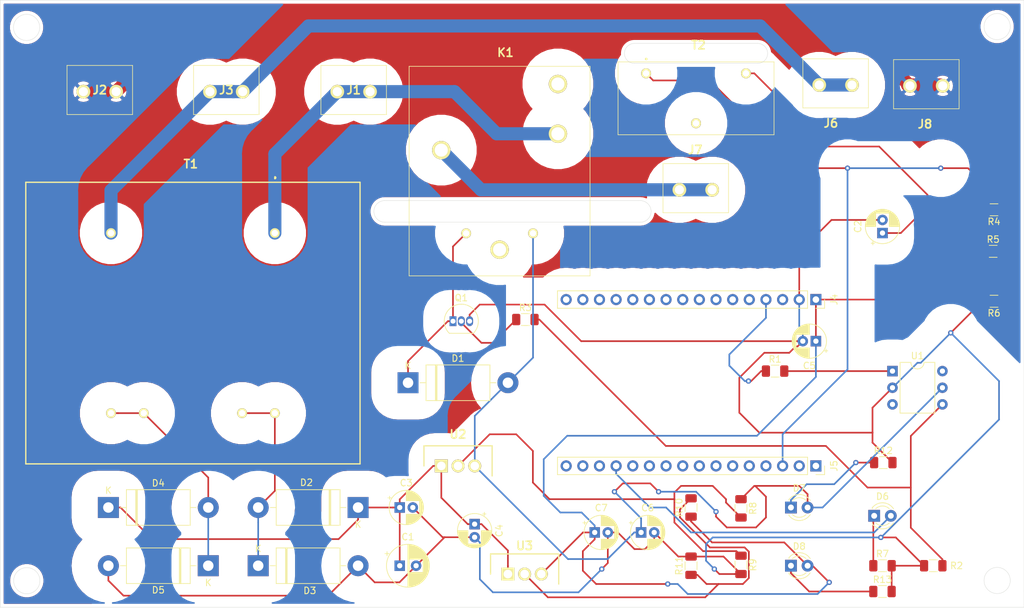
<source format=kicad_pcb>
(kicad_pcb (version 20171130) (host pcbnew "(5.1.4)-1")
  (title_block (title "IOT Smart Switch") (date 2021-06-11) (rev 1.0) (company TR-Explore) (comment 1 "Designed by Thuso Tshishonga"))
  (layers (0 F.Cu signal) (31 B.Cu signal) (34 B.Paste user) (35 F.Paste user) (36 B.SilkS user) (37 F.SilkS user) (38 B.Mask user) (39 F.Mask user) (44 Edge.Cuts user))
  (net 0 "")
  (net 1 16V_DC)
  (net 2 GNDPWR)
  (net 3 "Net-(C2-Pad1)")
  (net 4 3V3_DC)
  (net 5 12V_DC)
  (net 6 "Net-(D1-Pad1)")
  (net 7 "Net-(D2-Pad2)")
  (net 8 -18V_AC)
  (net 9 "Net-(D6-Pad1)")
  (net 10 "Net-(D6-Pad2)")
  (net 11 "Net-(D7-Pad1)")
  (net 12 "Net-(D8-Pad1)")
  (net 13 MAINS_L)
  (net 14 MAINS_N)
  (net 15 "Net-(J4-Pad16)")
  (net 16 "Net-(J4-Pad15)")
  (net 17 "Net-(J4-Pad14)")
  (net 18 "Net-(J4-Pad13)")
  (net 19 "Net-(J4-Pad12)")
  (net 20 "Net-(J4-Pad11)")
  (net 21 "Net-(J4-Pad10)")
  (net 22 "Net-(J4-Pad9)")
  (net 23 "Net-(J4-Pad8)")
  (net 24 "Net-(J4-Pad7)")
  (net 25 "Net-(J4-Pad6)")
  (net 26 "Net-(J4-Pad5)")
  (net 27 ESP_Pin_21)
  (net 28 "Net-(J4-Pad3)")
  (net 29 "Net-(J5-Pad1)")
  (net 30 "Net-(J5-Pad2)")
  (net 31 CT_ADC)
  (net 32 "Net-(J5-Pad4)")
  (net 33 "Net-(J5-Pad5)")
  (net 34 "Net-(J5-Pad6)")
  (net 35 "Net-(J5-Pad7)")
  (net 36 "Net-(J5-Pad8)")
  (net 37 "Net-(J5-Pad9)")
  (net 38 "Net-(J5-Pad10)")
  (net 39 "Net-(J5-Pad11)")
  (net 40 "Net-(J5-Pad12)")
  (net 41 "Net-(J5-Pad14)")
  (net 42 "Net-(J5-Pad15)")
  (net 43 "Net-(J5-Pad16)")
  (net 44 "Net-(J7-Pad1)")
  (net 45 "Net-(K1-Pad4)")
  (net 46 "Net-(Q1-Pad2)")
  (net 47 "Net-(R1-Pad2)")
  (net 48 "Net-(R2-Pad1)")
  (net 49 "Net-(R8-Pad2)")
  (net 50 "Net-(R10-Pad2)")
  (net 51 "Net-(T2-Pad3)")
  (net 52 "Net-(U1-Pad3)")
  (net 53 "Net-(U1-Pad6)")
  (net 54 "Net-(K1-Pad1)")
  (net 55 Earth)
  (module Connector_PinSocket_2.54mm:PinSocket_1x16_P2.54mm_Vertical (layer F.Cu) (at 190.5 77.47 270)
    (fp_text reference J4 (at 0 -2.77 270) (layer F.SilkS))
    (fp_text value Conn_01x16)
    (pad 16 thru_hole oval (at 0 38.1 270) (size 1.7 1.7) (drill 1) (layers *.Cu *.Mask) (net 15 "Net-(J4-Pad16)"))
    (pad 15 thru_hole oval (at 0 35.56 270) (size 1.7 1.7) (drill 1) (layers *.Cu *.Mask) (net 16 "Net-(J4-Pad15)"))
    (pad 14 thru_hole oval (at 0 33.02 270) (size 1.7 1.7) (drill 1) (layers *.Cu *.Mask) (net 17 "Net-(J4-Pad14)"))
    (pad 13 thru_hole oval (at 0 30.48 270) (size 1.7 1.7) (drill 1) (layers *.Cu *.Mask) (net 18 "Net-(J4-Pad13)"))
    (pad 12 thru_hole oval (at 0 27.94 270) (size 1.7 1.7) (drill 1) (layers *.Cu *.Mask) (net 19 "Net-(J4-Pad12)"))
    (pad 11 thru_hole oval (at 0 25.4 270) (size 1.7 1.7) (drill 1) (layers *.Cu *.Mask) (net 20 "Net-(J4-Pad11)"))
    (pad 10 thru_hole oval (at 0 22.86 270) (size 1.7 1.7) (drill 1) (layers *.Cu *.Mask) (net 21 "Net-(J4-Pad10)"))
    (pad 9 thru_hole oval (at 0 20.32 270) (size 1.7 1.7) (drill 1) (layers *.Cu *.Mask) (net 22 "Net-(J4-Pad9)"))
    (pad 8 thru_hole oval (at 0 17.78 270) (size 1.7 1.7) (drill 1) (layers *.Cu *.Mask) (net 23 "Net-(J4-Pad8)"))
    (pad 7 thru_hole oval (at 0 15.24 270) (size 1.7 1.7) (drill 1) (layers *.Cu *.Mask) (net 24 "Net-(J4-Pad7)"))
    (pad 6 thru_hole oval (at 0 12.7 270) (size 1.7 1.7) (drill 1) (layers *.Cu *.Mask) (net 25 "Net-(J4-Pad6)"))
    (pad 5 thru_hole oval (at 0 10.16 270) (size 1.7 1.7) (drill 1) (layers *.Cu *.Mask) (net 26 "Net-(J4-Pad5)"))
    (pad 4 thru_hole oval (at 0 7.62 270) (size 1.7 1.7) (drill 1) (layers *.Cu *.Mask) (net 27 ESP_Pin_21))
    (pad 3 thru_hole oval (at 0 5.08 270) (size 1.7 1.7) (drill 1) (layers *.Cu *.Mask) (net 28 "Net-(J4-Pad3)"))
    (pad 2 thru_hole oval (at 0 2.54 270) (size 1.7 1.7) (drill 1) (layers *.Cu *.Mask) (net 2 GNDPWR))
    (pad 1 thru_hole rect (at 0 0 270) (size 1.7 1.7) (drill 1) (layers *.Cu *.Mask) (net 4 3V3_DC))
  )
  (module Capacitor_THT:CP_Radial_D5.0mm_P2.00mm (layer F.Cu) (at 163.83 113.03)
    (fp_text reference C6 (at 1 -3.75) (layer F.SilkS))
    (fp_text value 10u)
    (pad 1 thru_hole rect (at 0 0) (size 1.6 1.6) (drill 0.8) (layers *.Cu *.Mask) (net 5 12V_DC))
    (pad 2 thru_hole circle (at 2 0) (size 1.6 1.6) (drill 0.8) (layers *.Cu *.Mask) (net 2 GNDPWR))
  )
  (module AC-1020:AC1015 (layer F.Cu) (at 172.212 46.736)
    (fp_text reference T2 (at 0.381 -8.128) (layer F.SilkS) (effects (font (size 1.27 1.27) (thickness 0.254))))
    (fp_text value AC-1020 hide)
    (pad 1 thru_hole circle (at -7.62 -3.81 90) (size 1.519 1.519) (drill 1.013) (layers *.Cu *.Mask F.SilkS) (net 31 CT_ADC))
    (pad 2 thru_hole circle (at 7.62 -3.81 90) (size 1.519 1.519) (drill 1.013) (layers *.Cu *.Mask F.SilkS) (net 3 "Net-(C2-Pad1)"))
    (pad 3 thru_hole circle (at 0 3.81 90) (size 1.519 1.519) (drill 1.013) (layers *.Cu *.Mask F.SilkS) (net 51 "Net-(T2-Pad3)"))
  )
  (module KF3012P (layer F.Cu) (at 169.672 60.706)
    (fp_text reference J7 (at 2.413 -6.096) (layer F.SilkS) (effects (font (size 1.27 1.27) (thickness 0.254))))
    (fp_text value KF301-2P hide)
    (pad 1 thru_hole circle (at 0 0 90) (size 2.1 2.1) (drill 1.4) (layers *.Cu *.Mask F.SilkS) (net 44 "Net-(J7-Pad1)"))
    (pad 2 thru_hole circle (at 5 0 90) (size 2.1 2.1) (drill 1.4) (layers *.Cu *.Mask F.SilkS) (net 44 "Net-(J7-Pad1)"))
  )
  (module VC_10_1_18:VC10118 (layer F.Cu) (at 107.95 67.31 270)
    (fp_text reference T1 (at -10.541 12.827) (layer F.SilkS) (effects (font (size 1.27 1.27) (thickness 0.254))))
    (fp_text value VC_10_1_18 hide)
    (pad 1 thru_hole circle (at 0 0) (size 1.5 1.5) (drill 1) (layers *.Cu *.Mask F.SilkS) (net 13 MAINS_L))
    (pad 2 thru_hole circle (at 0 25) (size 1.5 1.5) (drill 1) (layers *.Cu *.Mask F.SilkS) (net 14 MAINS_N))
    (pad 3 thru_hole circle (at 27.5 25) (size 1.5 1.5) (drill 1) (layers *.Cu *.Mask F.SilkS) (net 8 -18V_AC))
    (pad 4 thru_hole circle (at 27.5 20) (size 1.5 1.5) (drill 1) (layers *.Cu *.Mask F.SilkS) (net 8 -18V_AC))
    (pad 5 thru_hole circle (at 27.5 5) (size 1.5 1.5) (drill 1) (layers *.Cu *.Mask F.SilkS) (net 7 "Net-(D2-Pad2)"))
    (pad 6 thru_hole circle (at 27.5 0) (size 1.5 1.5) (drill 1) (layers *.Cu *.Mask F.SilkS) (net 7 "Net-(D2-Pad2)"))
  )
  (module Capacitor_THT:CP_Radial_D6.3mm_P2.50mm (layer F.Cu) (at 127 118.11)
    (fp_text reference C1 (at 1.25 -4.4) (layer F.SilkS))
    (fp_text value 220u)
    (pad 1 thru_hole rect (at 0 0) (size 1.6 1.6) (drill 0.8) (layers *.Cu *.Mask) (net 1 16V_DC))
    (pad 2 thru_hole circle (at 2.5 0) (size 1.6 1.6) (drill 0.8) (layers *.Cu *.Mask) (net 2 GNDPWR))
  )
  (module Capacitor_THT:CP_Radial_D5.0mm_P2.00mm (layer F.Cu) (at 200.66 67.31 90)
    (fp_text reference C2 (at 1 -3.75 90) (layer F.SilkS))
    (fp_text value 100p)
    (pad 2 thru_hole circle (at 2 0 90) (size 1.6 1.6) (drill 0.8) (layers *.Cu *.Mask) (net 2 GNDPWR))
    (pad 1 thru_hole rect (at 0 0 90) (size 1.6 1.6) (drill 0.8) (layers *.Cu *.Mask) (net 3 "Net-(C2-Pad1)"))
  )
  (module Capacitor_THT:CP_Radial_D5.0mm_P2.00mm (layer F.Cu) (at 127 109.22)
    (fp_text reference C3 (at 1 -3.75) (layer F.SilkS))
    (fp_text value 100u)
    (pad 2 thru_hole circle (at 2 0) (size 1.6 1.6) (drill 0.8) (layers *.Cu *.Mask) (net 2 GNDPWR))
    (pad 1 thru_hole rect (at 0 0) (size 1.6 1.6) (drill 0.8) (layers *.Cu *.Mask) (net 1 16V_DC))
  )
  (module Capacitor_THT:CP_Radial_D5.0mm_P2.00mm (layer F.Cu) (at 138.43 111.76 270)
    (fp_text reference C4 (at 1 -3.75 270) (layer F.SilkS))
    (fp_text value 10u)
    (pad 1 thru_hole rect (at 0 0 270) (size 1.6 1.6) (drill 0.8) (layers *.Cu *.Mask) (net 1 16V_DC))
    (pad 2 thru_hole circle (at 2 0 270) (size 1.6 1.6) (drill 0.8) (layers *.Cu *.Mask) (net 2 GNDPWR))
  )
  (module Capacitor_THT:CP_Radial_D5.0mm_P2.00mm (layer F.Cu) (at 190.5 83.82 180)
    (fp_text reference C5 (at 1 -3.75 180) (layer F.SilkS))
    (fp_text value 10u)
    (pad 1 thru_hole rect (at 0 0 180) (size 1.6 1.6) (drill 0.8) (layers *.Cu *.Mask) (net 4 3V3_DC))
    (pad 2 thru_hole circle (at 2 0 180) (size 1.6 1.6) (drill 0.8) (layers *.Cu *.Mask) (net 2 GNDPWR))
  )
  (module Capacitor_THT:CP_Radial_D5.0mm_P2.00mm (layer F.Cu) (at 156.75 113.03)
    (fp_text reference C7 (at 1 -3.75) (layer F.SilkS))
    (fp_text value 10u)
    (pad 2 thru_hole circle (at 2 0) (size 1.6 1.6) (drill 0.8) (layers *.Cu *.Mask) (net 2 GNDPWR))
    (pad 1 thru_hole rect (at 0 0) (size 1.6 1.6) (drill 0.8) (layers *.Cu *.Mask) (net 4 3V3_DC))
  )
  (module Diode_THT:D_DO-201AD_P15.24mm_Horizontal (layer F.Cu) (at 128.27 90.17)
    (fp_text reference D1 (at 7.62 -3.72) (layer F.SilkS))
    (fp_text value 1N5822)
    (fp_text user K (at 0 -2.6) (layer F.SilkS))
    (pad 2 thru_hole oval (at 15.24 0) (size 3.2 3.2) (drill 1.6) (layers *.Cu *.Mask) (net 5 12V_DC))
    (pad 1 thru_hole rect (at 0 0) (size 3.2 3.2) (drill 1.6) (layers *.Cu *.Mask) (net 6 "Net-(D1-Pad1)"))
  )
  (module Diode_THT:D_DO-201AD_P15.24mm_Horizontal (layer F.Cu) (at 120.65 109.22 180)
    (fp_text reference D2 (at 7.874 3.81 180) (layer F.SilkS))
    (fp_text value 1N5822)
    (fp_text user K (at 0 -2.6 180) (layer F.SilkS))
    (pad 1 thru_hole rect (at 0 0 180) (size 3.2 3.2) (drill 1.6) (layers *.Cu *.Mask) (net 1 16V_DC))
    (pad 2 thru_hole oval (at 15.24 0 180) (size 3.2 3.2) (drill 1.6) (layers *.Cu *.Mask) (net 7 "Net-(D2-Pad2)"))
  )
  (module Diode_THT:D_DO-201AD_P15.24mm_Horizontal (layer F.Cu) (at 105.41 118.11)
    (fp_text reference D3 (at 7.874 3.81) (layer F.SilkS))
    (fp_text value 1N5822)
    (fp_text user K (at 0 -2.6) (layer F.SilkS))
    (pad 2 thru_hole oval (at 15.24 0) (size 3.2 3.2) (drill 1.6) (layers *.Cu *.Mask) (net 2 GNDPWR))
    (pad 1 thru_hole rect (at 0 0) (size 3.2 3.2) (drill 1.6) (layers *.Cu *.Mask) (net 7 "Net-(D2-Pad2)"))
  )
  (module Diode_THT:D_DO-201AD_P15.24mm_Horizontal (layer F.Cu) (at 82.55 109.22)
    (fp_text reference D4 (at 7.62 -3.72) (layer F.SilkS))
    (fp_text value 1N5822)
    (fp_text user K (at 0 -2.6) (layer F.SilkS))
    (pad 1 thru_hole rect (at 0 0) (size 3.2 3.2) (drill 1.6) (layers *.Cu *.Mask) (net 1 16V_DC))
    (pad 2 thru_hole oval (at 15.24 0) (size 3.2 3.2) (drill 1.6) (layers *.Cu *.Mask) (net 8 -18V_AC))
  )
  (module Diode_THT:D_DO-201AD_P15.24mm_Horizontal (layer F.Cu) (at 97.79 118.11 180)
    (fp_text reference D5 (at 7.62 -3.72 180) (layer F.SilkS))
    (fp_text value 1N5822)
    (fp_text user K (at 0 -2.6 180) (layer F.SilkS))
    (pad 1 thru_hole rect (at 0 0 180) (size 3.2 3.2) (drill 1.6) (layers *.Cu *.Mask) (net 8 -18V_AC))
    (pad 2 thru_hole oval (at 15.24 0 180) (size 3.2 3.2) (drill 1.6) (layers *.Cu *.Mask) (net 2 GNDPWR))
  )
  (module LED_THT:LED_D3.0mm (layer F.Cu) (at 199.39 110.49)
    (fp_text reference D6 (at 1.27 -2.96) (layer F.SilkS))
    (fp_text value LED)
    (pad 2 thru_hole circle (at 2.54 0) (size 1.8 1.8) (drill 0.9) (layers *.Cu *.Mask) (net 10 "Net-(D6-Pad2)"))
    (pad 1 thru_hole rect (at 0 0) (size 1.8 1.8) (drill 0.9) (layers *.Cu *.Mask) (net 9 "Net-(D6-Pad1)"))
  )
  (module LED_THT:LED_D3.0mm (layer F.Cu) (at 186.69 109.22)
    (fp_text reference D7 (at 1.27 -2.96) (layer F.SilkS))
    (fp_text value LED)
    (pad 1 thru_hole rect (at 0 0) (size 1.8 1.8) (drill 0.9) (layers *.Cu *.Mask) (net 11 "Net-(D7-Pad1)"))
    (pad 2 thru_hole circle (at 2.54 0) (size 1.8 1.8) (drill 0.9) (layers *.Cu *.Mask) (net 5 12V_DC))
  )
  (module LED_THT:LED_D3.0mm (layer F.Cu) (at 186.69 118.11)
    (fp_text reference D8 (at 1.27 -2.96) (layer F.SilkS))
    (fp_text value LED)
    (pad 1 thru_hole rect (at 0 0) (size 1.8 1.8) (drill 0.9) (layers *.Cu *.Mask) (net 12 "Net-(D8-Pad1)"))
    (pad 2 thru_hole circle (at 2.54 0) (size 1.8 1.8) (drill 0.9) (layers *.Cu *.Mask) (net 4 3V3_DC))
  )
  (module Connector_PinSocket_2.54mm:PinSocket_1x16_P2.54mm_Vertical (layer F.Cu) (at 190.5 102.87 270)
    (fp_text reference J5 (at 0 -2.77 270) (layer F.SilkS))
    (fp_text value Conn_01x16)
    (pad 1 thru_hole rect (at 0 0 270) (size 1.7 1.7) (drill 1) (layers *.Cu *.Mask) (net 29 "Net-(J5-Pad1)"))
    (pad 2 thru_hole oval (at 0 2.54 270) (size 1.7 1.7) (drill 1) (layers *.Cu *.Mask) (net 30 "Net-(J5-Pad2)"))
    (pad 3 thru_hole oval (at 0 5.08 270) (size 1.7 1.7) (drill 1) (layers *.Cu *.Mask) (net 31 CT_ADC))
    (pad 4 thru_hole oval (at 0 7.62 270) (size 1.7 1.7) (drill 1) (layers *.Cu *.Mask) (net 32 "Net-(J5-Pad4)"))
    (pad 5 thru_hole oval (at 0 10.16 270) (size 1.7 1.7) (drill 1) (layers *.Cu *.Mask) (net 33 "Net-(J5-Pad5)"))
    (pad 6 thru_hole oval (at 0 12.7 270) (size 1.7 1.7) (drill 1) (layers *.Cu *.Mask) (net 34 "Net-(J5-Pad6)"))
    (pad 7 thru_hole oval (at 0 15.24 270) (size 1.7 1.7) (drill 1) (layers *.Cu *.Mask) (net 35 "Net-(J5-Pad7)"))
    (pad 8 thru_hole oval (at 0 17.78 270) (size 1.7 1.7) (drill 1) (layers *.Cu *.Mask) (net 36 "Net-(J5-Pad8)"))
    (pad 9 thru_hole oval (at 0 20.32 270) (size 1.7 1.7) (drill 1) (layers *.Cu *.Mask) (net 37 "Net-(J5-Pad9)"))
    (pad 10 thru_hole oval (at 0 22.86 270) (size 1.7 1.7) (drill 1) (layers *.Cu *.Mask) (net 38 "Net-(J5-Pad10)"))
    (pad 11 thru_hole oval (at 0 25.4 270) (size 1.7 1.7) (drill 1) (layers *.Cu *.Mask) (net 39 "Net-(J5-Pad11)"))
    (pad 12 thru_hole oval (at 0 27.94 270) (size 1.7 1.7) (drill 1) (layers *.Cu *.Mask) (net 40 "Net-(J5-Pad12)"))
    (pad 13 thru_hole oval (at 0 30.48 270) (size 1.7 1.7) (drill 1) (layers *.Cu *.Mask) (net 10 "Net-(D6-Pad2)"))
    (pad 14 thru_hole oval (at 0 33.02 270) (size 1.7 1.7) (drill 1) (layers *.Cu *.Mask) (net 41 "Net-(J5-Pad14)"))
    (pad 15 thru_hole oval (at 0 35.56 270) (size 1.7 1.7) (drill 1) (layers *.Cu *.Mask) (net 42 "Net-(J5-Pad15)"))
    (pad 16 thru_hole oval (at 0 38.1 270) (size 1.7 1.7) (drill 1) (layers *.Cu *.Mask) (net 43 "Net-(J5-Pad16)"))
  )
  (module SLA-12VDC-SL-C:SLA12VDCSLC (layer F.Cu) (at 142.24 69.85)
    (fp_text reference K1 (at 0.889 -30.099) (layer F.SilkS) (effects (font (size 1.27 1.27) (thickness 0.254))))
    (fp_text value SLA-12VDC-SL-C hide)
    (pad 1 thru_hole circle (at 0 0 90) (size 2.8 2.8) (drill 2) (layers *.Cu *.Mask F.SilkS) (net 54 "Net-(K1-Pad1)"))
    (pad 2 thru_hole circle (at 5.1 -2.5 90) (size 1.5 1.5) (drill 1) (layers *.Cu *.Mask F.SilkS) (net 5 12V_DC))
    (pad 3 thru_hole circle (at 8.9 -17.7 90) (size 2.8 2.8) (drill 2) (layers *.Cu *.Mask F.SilkS) (net 13 MAINS_L))
    (pad 4 thru_hole circle (at 8.9 -25.3 90) (size 2.8 2.8) (drill 2) (layers *.Cu *.Mask F.SilkS) (net 45 "Net-(K1-Pad4)"))
    (pad 5 thru_hole circle (at -8.9 -15.2 90) (size 2.8 2.8) (drill 2) (layers *.Cu *.Mask F.SilkS) (net 44 "Net-(J7-Pad1)"))
    (pad 6 thru_hole circle (at -5.1 -2.5 90) (size 1.5 1.5) (drill 1) (layers *.Cu *.Mask F.SilkS) (net 6 "Net-(D1-Pad1)"))
  )
  (module Package_TO_SOT_THT:TO-92_Inline (layer F.Cu) (at 135.128 80.772)
    (fp_text reference Q1 (at 1.27 -3.56) (layer F.SilkS))
    (fp_text value BS170)
    (pad 2 thru_hole oval (at 1.27 0) (size 1.05 1.5) (drill 0.75) (layers *.Cu *.Mask) (net 46 "Net-(Q1-Pad2)"))
    (pad 3 thru_hole oval (at 2.54 0) (size 1.05 1.5) (drill 0.75) (layers *.Cu *.Mask) (net 2 GNDPWR))
    (pad 1 thru_hole rect (at 0 0) (size 1.05 1.5) (drill 0.75) (layers *.Cu *.Mask) (net 6 "Net-(D1-Pad1)"))
  )
  (module Resistor_SMD:R_1206_3216Metric (layer F.Cu) (at 184.274 88.392)
    (fp_text reference R1 (at 0 -1.82 180) (layer F.SilkS))
    (fp_text value 1k)
    (pad 1 smd roundrect (at -1.4 0) (size 1.25 1.75) (layers F.Cu F.Paste F.Mask) (roundrect_rratio 0.2) (net 27 ESP_Pin_21))
    (pad 2 smd roundrect (at 1.4 0) (size 1.25 1.75) (layers F.Cu F.Paste F.Mask) (roundrect_rratio 0.2) (net 47 "Net-(R1-Pad2)"))
  )
  (module Resistor_SMD:R_1206_3216Metric (layer F.Cu) (at 208.404 118.11 180)
    (fp_text reference R2 (at -3.559 0) (layer F.SilkS))
    (fp_text value 1k)
    (pad 1 smd roundrect (at -1.4 0 180) (size 1.25 1.75) (layers F.Cu F.Paste F.Mask) (roundrect_rratio 0.2) (net 48 "Net-(R2-Pad1)"))
    (pad 2 smd roundrect (at 1.4 0 180) (size 1.25 1.75) (layers F.Cu F.Paste F.Mask) (roundrect_rratio 0.2) (net 2 GNDPWR))
  )
  (module Resistor_SMD:R_1206_3216Metric (layer F.Cu) (at 146.174 80.518)
    (fp_text reference R3 (at 0 -1.82) (layer F.SilkS))
    (fp_text value 1k)
    (pad 2 smd roundrect (at 1.4 0) (size 1.25 1.75) (layers F.Cu F.Paste F.Mask) (roundrect_rratio 0.2) (net 48 "Net-(R2-Pad1)"))
    (pad 1 smd roundrect (at -1.4 0) (size 1.25 1.75) (layers F.Cu F.Paste F.Mask) (roundrect_rratio 0.2) (net 46 "Net-(Q1-Pad2)"))
  )
  (module Resistor_SMD:R_1206_3216Metric (layer F.Cu) (at 217.678 63.754 180)
    (fp_text reference R4 (at 0 -1.82) (layer F.SilkS))
    (fp_text value 50)
    (pad 1 smd roundrect (at -1.4 0 180) (size 1.25 1.75) (layers F.Cu F.Paste F.Mask) (roundrect_rratio 0.2) (net 31 CT_ADC))
    (pad 2 smd roundrect (at 1.4 0 180) (size 1.25 1.75) (layers F.Cu F.Paste F.Mask) (roundrect_rratio 0.2) (net 3 "Net-(C2-Pad1)"))
  )
  (module Resistor_SMD:R_1206_3216Metric (layer F.Cu) (at 217.548 70.104)
    (fp_text reference R5 (at 0 -1.82) (layer F.SilkS))
    (fp_text value 1k)
    (pad 1 smd roundrect (at -1.4 0) (size 1.25 1.75) (layers F.Cu F.Paste F.Mask) (roundrect_rratio 0.2) (net 4 3V3_DC))
    (pad 2 smd roundrect (at 1.4 0) (size 1.25 1.75) (layers F.Cu F.Paste F.Mask) (roundrect_rratio 0.2) (net 3 "Net-(C2-Pad1)"))
  )
  (module Resistor_SMD:R_1206_3216Metric (layer F.Cu) (at 217.678 77.724 180)
    (fp_text reference R6 (at 0 -1.82 180) (layer F.SilkS))
    (fp_text value 800R)
    (pad 2 smd roundrect (at 1.4 0 180) (size 1.25 1.75) (layers F.Cu F.Paste F.Mask) (roundrect_rratio 0.2) (net 2 GNDPWR))
    (pad 1 smd roundrect (at -1.4 0 180) (size 1.25 1.75) (layers F.Cu F.Paste F.Mask) (roundrect_rratio 0.2) (net 3 "Net-(C2-Pad1)"))
  )
  (module Resistor_SMD:R_1206_3216Metric (layer F.Cu) (at 200.66 118.11)
    (fp_text reference R7 (at 0 -1.82) (layer F.SilkS))
    (fp_text value R)
    (pad 1 smd roundrect (at -1.4 0) (size 1.25 1.75) (layers F.Cu F.Paste F.Mask) (roundrect_rratio 0.2) (net 9 "Net-(D6-Pad1)"))
    (pad 2 smd roundrect (at 1.4 0) (size 1.25 1.75) (layers F.Cu F.Paste F.Mask) (roundrect_rratio 0.2) (net 2 GNDPWR))
  )
  (module Resistor_SMD:R_1206_3216Metric (layer F.Cu) (at 179.07 109.35 270)
    (fp_text reference R8 (at 0 -1.82 270) (layer F.SilkS))
    (fp_text value 1k)
    (pad 1 smd roundrect (at -1.4 0 270) (size 1.25 1.75) (layers F.Cu F.Paste F.Mask) (roundrect_rratio 0.2) (net 5 12V_DC))
    (pad 2 smd roundrect (at 1.4 0 270) (size 1.25 1.75) (layers F.Cu F.Paste F.Mask) (roundrect_rratio 0.2) (net 49 "Net-(R8-Pad2)"))
  )
  (module Resistor_SMD:R_1206_3216Metric (layer F.Cu) (at 179.07 117.98 270)
    (fp_text reference R9 (at 0 -1.82 270) (layer F.SilkS))
    (fp_text value 9.1k)
    (pad 2 smd roundrect (at 1.4 0 270) (size 1.25 1.75) (layers F.Cu F.Paste F.Mask) (roundrect_rratio 0.2) (net 2 GNDPWR))
    (pad 1 smd roundrect (at -1.4 0 270) (size 1.25 1.75) (layers F.Cu F.Paste F.Mask) (roundrect_rratio 0.2) (net 49 "Net-(R8-Pad2)"))
  )
  (module Resistor_SMD:R_1206_3216Metric (layer F.Cu) (at 171.45 109.22 90)
    (fp_text reference R10 (at 0 -1.82 90) (layer F.SilkS))
    (fp_text value 1k)
    (pad 1 smd roundrect (at -1.4 0 90) (size 1.25 1.75) (layers F.Cu F.Paste F.Mask) (roundrect_rratio 0.2) (net 4 3V3_DC))
    (pad 2 smd roundrect (at 1.4 0 90) (size 1.25 1.75) (layers F.Cu F.Paste F.Mask) (roundrect_rratio 0.2) (net 50 "Net-(R10-Pad2)"))
  )
  (module Resistor_SMD:R_1206_3216Metric (layer F.Cu) (at 171.45 118.11 90)
    (fp_text reference R11 (at 0 -1.82 90) (layer F.SilkS))
    (fp_text value 1.6k)
    (pad 2 smd roundrect (at 1.4 0 90) (size 1.25 1.75) (layers F.Cu F.Paste F.Mask) (roundrect_rratio 0.2) (net 2 GNDPWR))
    (pad 1 smd roundrect (at -1.4 0 90) (size 1.25 1.75) (layers F.Cu F.Paste F.Mask) (roundrect_rratio 0.2) (net 50 "Net-(R10-Pad2)"))
  )
  (module Resistor_SMD:R_1206_3216Metric (layer F.Cu) (at 200.784 102.362)
    (fp_text reference R12 (at 0 -1.82) (layer F.SilkS))
    (fp_text value 10k)
    (pad 1 smd roundrect (at -1.4 0) (size 1.25 1.75) (layers F.Cu F.Paste F.Mask) (roundrect_rratio 0.2) (net 11 "Net-(D7-Pad1)"))
    (pad 2 smd roundrect (at 1.4 0) (size 1.25 1.75) (layers F.Cu F.Paste F.Mask) (roundrect_rratio 0.2) (net 2 GNDPWR))
  )
  (module Resistor_SMD:R_1206_3216Metric (layer F.Cu) (at 200.657 122.047)
    (fp_text reference R13 (at 0 -1.82) (layer F.SilkS))
    (fp_text value 10k)
    (pad 2 smd roundrect (at 1.4 0) (size 1.25 1.75) (layers F.Cu F.Paste F.Mask) (roundrect_rratio 0.2) (net 2 GNDPWR))
    (pad 1 smd roundrect (at -1.4 0) (size 1.25 1.75) (layers F.Cu F.Paste F.Mask) (roundrect_rratio 0.2) (net 12 "Net-(D8-Pad1)"))
  )
  (module Package_DIP:DIP-6_W7.62mm (layer F.Cu) (at 202.184 88.392)
    (fp_text reference U1 (at 3.81 -2.33 180) (layer F.SilkS))
    (fp_text value 4N25)
    (pad 6 thru_hole oval (at 7.62 0) (size 1.6 1.6) (drill 0.8) (layers *.Cu *.Mask) (net 53 "Net-(U1-Pad6)"))
    (pad 3 thru_hole oval (at 0 5.08) (size 1.6 1.6) (drill 0.8) (layers *.Cu *.Mask) (net 52 "Net-(U1-Pad3)"))
    (pad 5 thru_hole oval (at 7.62 2.54) (size 1.6 1.6) (drill 0.8) (layers *.Cu *.Mask) (net 5 12V_DC))
    (pad 2 thru_hole oval (at 0 2.54) (size 1.6 1.6) (drill 0.8) (layers *.Cu *.Mask) (net 2 GNDPWR))
    (pad 4 thru_hole oval (at 7.62 5.08) (size 1.6 1.6) (drill 0.8) (layers *.Cu *.Mask) (net 48 "Net-(R2-Pad1)"))
    (pad 1 thru_hole rect (at 0 0) (size 1.6 1.6) (drill 0.8) (layers *.Cu *.Mask) (net 47 "Net-(R1-Pad2)"))
  )
  (module LM317T_XT:TO255P460X1020X2008-3P (layer F.Cu) (at 133.35 102.87)
    (fp_text reference U2 (at 2.54 -4.826) (layer F.SilkS) (effects (font (size 1.27 1.27) (thickness 0.254))))
    (fp_text value LM317_TO39 hide)
    (pad 3 thru_hole circle (at 5.1 0 90) (size 1.98 1.98) (drill 1.32) (layers *.Cu *.Mask F.SilkS) (net 5 12V_DC))
    (pad 2 thru_hole circle (at 2.55 0 90) (size 1.98 1.98) (drill 1.32) (layers *.Cu *.Mask F.SilkS) (net 49 "Net-(R8-Pad2)"))
    (pad 1 thru_hole rect (at 0 0 90) (size 1.98 1.98) (drill 1.32) (layers *.Cu *.Mask F.SilkS) (net 1 16V_DC))
  )
  (module LM317T_XT:TO255P460X1020X2008-3P (layer F.Cu) (at 143.51 119.38)
    (fp_text reference U3 (at 2.54 -4.318) (layer F.SilkS) (effects (font (size 1.27 1.27) (thickness 0.254))))
    (fp_text value LM317_TO39 hide)
    (pad 1 thru_hole rect (at 0 0 90) (size 1.98 1.98) (drill 1.32) (layers *.Cu *.Mask F.SilkS) (net 1 16V_DC))
    (pad 2 thru_hole circle (at 2.55 0 90) (size 1.98 1.98) (drill 1.32) (layers *.Cu *.Mask F.SilkS) (net 50 "Net-(R10-Pad2)"))
    (pad 3 thru_hole circle (at 5.1 0 90) (size 1.98 1.98) (drill 1.32) (layers *.Cu *.Mask F.SilkS) (net 4 3V3_DC))
  )
  (module KF3012P (layer F.Cu) (at 117.475 45.72)
    (fp_text reference J1 (at 2.5 -0.25) (layer F.SilkS) (effects (font (size 1.27 1.27) (thickness 0.254))))
    (fp_text value KF301-2P hide)
    (pad 2 thru_hole circle (at 5 0 90) (size 2.1 2.1) (drill 1.4) (layers *.Cu *.Mask F.SilkS) (net 13 MAINS_L))
    (pad 1 thru_hole circle (at 0 0 90) (size 2.1 2.1) (drill 1.4) (layers *.Cu *.Mask F.SilkS) (net 13 MAINS_L))
  )
  (module KF3012P (layer F.Cu) (at 78.74 45.72)
    (fp_text reference J2 (at 2.5 -0.25) (layer F.SilkS) (effects (font (size 1.27 1.27) (thickness 0.254))))
    (fp_text value KF301-2P hide)
    (pad 1 thru_hole circle (at 0 0 90) (size 2.1 2.1) (drill 1.4) (layers *.Cu *.Mask F.SilkS) (net 55 Earth))
    (pad 2 thru_hole circle (at 5 0 90) (size 2.1 2.1) (drill 1.4) (layers *.Cu *.Mask F.SilkS) (net 55 Earth))
  )
  (module KF3012P (layer F.Cu) (at 98.044 45.72)
    (fp_text reference J3 (at 2.5 -0.25) (layer F.SilkS) (effects (font (size 1.27 1.27) (thickness 0.254))))
    (fp_text value KF301-2P hide)
    (pad 1 thru_hole circle (at 0 0 90) (size 2.1 2.1) (drill 1.4) (layers *.Cu *.Mask F.SilkS) (net 14 MAINS_N))
    (pad 2 thru_hole circle (at 5 0 90) (size 2.1 2.1) (drill 1.4) (layers *.Cu *.Mask F.SilkS) (net 14 MAINS_N))
  )
  (module KF3012P (layer F.Cu) (at 191.008 44.704)
    (fp_text reference J6 (at 1.778 5.842) (layer F.SilkS) (effects (font (size 1.27 1.27) (thickness 0.254))))
    (fp_text value KF301-2P hide)
    (pad 2 thru_hole circle (at 5 0 90) (size 2.1 2.1) (drill 1.4) (layers *.Cu *.Mask F.SilkS) (net 14 MAINS_N))
    (pad 1 thru_hole circle (at 0 0 90) (size 2.1 2.1) (drill 1.4) (layers *.Cu *.Mask F.SilkS) (net 14 MAINS_N))
  )
  (module KF3012P (layer F.Cu) (at 204.851 44.831)
    (fp_text reference J8 (at 2.286 5.842) (layer F.SilkS) (effects (font (size 1.27 1.27) (thickness 0.254))))
    (fp_text value KF301-2P hide)
    (pad 2 thru_hole circle (at 5 0 90) (size 2.1 2.1) (drill 1.4) (layers *.Cu *.Mask F.SilkS) (net 55 Earth))
    (pad 1 thru_hole circle (at 0 0 90) (size 2.1 2.1) (drill 1.4) (layers *.Cu *.Mask F.SilkS) (net 55 Earth))
  )
  (gr_line (start 181.61 41.402) (end 162.814 41.402) (layer Edge.Cuts) (width 0.05))
  (gr_line (start 162.814 38.354) (end 181.61 38.354) (layer Edge.Cuts) (width 0.05))
  (gr_arc (start 181.61 39.878) (end 181.61 41.402) (angle -180) (layer Edge.Cuts) (width 0.05))
  (gr_arc (start 162.814 39.878) (end 162.814 38.354) (angle -180) (layer Edge.Cuts) (width 0.05))
  (gr_line (start 163.703 65.659) (end 124.714 65.659) (layer Edge.Cuts) (width 0.05))
  (gr_line (start 124.714 62.357) (end 163.703 62.357) (layer Edge.Cuts) (width 0.05))
  (gr_arc (start 163.703 64.008) (end 163.703 65.659) (angle -180) (layer Edge.Cuts) (width 0.05))
  (gr_arc (start 124.714 64.008) (end 124.714 62.357) (angle -180) (layer Edge.Cuts) (width 0.05))
  (gr_line (start 66.04 31.75) (end 66.04 36.83) (layer Edge.Cuts) (width 0.05))
  (gr_line (start 222.25 31.75) (end 66.04 31.75) (layer Edge.Cuts) (width 0.05))
  (gr_line (start 222.25 34.29) (end 222.25 31.75) (layer Edge.Cuts) (width 0.05))
  (gr_line (start 222.25 36.83) (end 222.25 34.29) (layer Edge.Cuts) (width 0.05))
  (gr_circle (center 218.154 35.782) (end 220.154 35.782) (layer Edge.Cuts) (width 0.05))
  (gr_circle (center 70.104 120.396) (end 72.104 120.396) (layer Edge.Cuts) (width 0.05))
  (gr_circle (center 70.072 35.909) (end 72.072 35.909) (layer Edge.Cuts) (width 0.05))
  (gr_circle (center 218.154 120.364) (end 220.154 120.364) (layer Edge.Cuts) (width 0.05))
  (gr_line (start 222.25 36.83) (end 222.25 39.37) (layer Edge.Cuts) (width 0.05))
  (gr_line (start 66.04 39.37) (end 66.04 36.83) (layer Edge.Cuts) (width 0.05))
  (gr_line (start 66.04 124.46) (end 66.04 39.37) (layer Edge.Cuts) (width 0.05))
  (gr_line (start 222.25 124.46) (end 66.04 124.46) (layer Edge.Cuts) (width 0.05))
  (gr_line (start 222.25 121.92) (end 222.25 124.46) (layer Edge.Cuts) (width 0.05))
  (gr_line (start 222.25 39.37) (end 222.25 121.92) (layer Edge.Cuts) (width 0.05))
  (segment (start 120.65 111.07) (end 120.65 109.22) (width 0.25) (layer F.Cu) (net 1))
  (segment (start 117.674 114.046) (end 120.65 111.07) (width 0.25) (layer F.Cu) (net 1))
  (segment (start 89.226 114.046) (end 117.674 114.046) (width 0.25) (layer F.Cu) (net 1))
  (segment (start 84.4 109.22) (end 89.226 114.046) (width 0.25) (layer F.Cu) (net 1))
  (segment (start 82.55 109.22) (end 84.4 109.22) (width 0.25) (layer F.Cu) (net 1))
  (segment (start 127 118.11) (end 127 109.22) (width 0.25) (layer F.Cu) (net 1))
  (segment (start 125.95 109.22) (end 120.65 109.22) (width 0.25) (layer F.Cu) (net 1))
  (segment (start 127 109.22) (end 125.95 109.22) (width 0.25) (layer F.Cu) (net 1))
  (segment (start 137.38 111.76) (end 138.43 111.76) (width 0.25) (layer F.Cu) (net 1))
  (segment (start 133.35 107.73) (end 137.38 111.76) (width 0.25) (layer F.Cu) (net 1))
  (segment (start 133.35 102.87) (end 133.35 107.73) (width 0.25) (layer F.Cu) (net 1))
  (segment (start 132.11 102.87) (end 133.35 102.87) (width 0.25) (layer F.Cu) (net 1))
  (segment (start 127 107.98) (end 132.11 102.87) (width 0.25) (layer F.Cu) (net 1))
  (segment (start 127 109.22) (end 127 107.98) (width 0.25) (layer F.Cu) (net 1))
  (segment (start 143.51 118.14) (end 143.51 119.38) (width 0.25) (layer F.Cu) (net 1))
  (segment (start 143.51 115.79) (end 143.51 118.14) (width 0.25) (layer F.Cu) (net 1))
  (segment (start 139.48 111.76) (end 143.51 115.79) (width 0.25) (layer F.Cu) (net 1))
  (segment (start 138.43 111.76) (end 139.48 111.76) (width 0.25) (layer F.Cu) (net 1))
  (via (at 211.074 82.55) (size 0.8) (drill 0.4) (layers F.Cu B.Cu) (net 2))
  (segment (start 82.55 120.372741) (end 84.859259 122.682) (width 0.25) (layer F.Cu) (net 2))
  (segment (start 82.55 118.11) (end 82.55 120.372741) (width 0.25) (layer F.Cu) (net 2))
  (segment (start 116.078 122.682) (end 120.65 118.11) (width 0.25) (layer F.Cu) (net 2))
  (segment (start 84.859259 122.682) (end 116.078 122.682) (width 0.25) (layer F.Cu) (net 2))
  (segment (start 129.5 118.11) (end 133.85 113.76) (width 0.25) (layer F.Cu) (net 2))
  (segment (start 133.85 113.76) (end 138.43 113.76) (width 0.25) (layer F.Cu) (net 2))
  (segment (start 133.54 113.76) (end 129 109.22) (width 0.25) (layer F.Cu) (net 2))
  (segment (start 133.85 113.76) (end 133.54 113.76) (width 0.25) (layer F.Cu) (net 2))
  (segment (start 169.51 116.71) (end 171.45 116.71) (width 0.25) (layer F.Cu) (net 2))
  (segment (start 165.83 113.03) (end 169.51 116.71) (width 0.25) (layer F.Cu) (net 2))
  (segment (start 137.668 79.772) (end 139.208 78.232) (width 0.25) (layer F.Cu) (net 2))
  (segment (start 137.668 80.772) (end 137.668 79.772) (width 0.25) (layer F.Cu) (net 2))
  (segment (start 139.208 78.232) (end 149.098 78.232) (width 0.25) (layer F.Cu) (net 2))
  (segment (start 154.686 83.82) (end 188.5 83.82) (width 0.25) (layer F.Cu) (net 2))
  (segment (start 149.098 78.232) (end 154.686 83.82) (width 0.25) (layer F.Cu) (net 2))
  (segment (start 201.48829 101.66629) (end 202.184 102.362) (width 0.25) (layer F.Cu) (net 2))
  (segment (start 199.136 99.314) (end 201.48829 101.66629) (width 0.25) (layer F.Cu) (net 2))
  (segment (start 202.184 90.932) (end 199.136 93.98) (width 0.25) (layer F.Cu) (net 2))
  (segment (start 187.96 77.47) (end 187.96 81.534) (width 0.25) (layer B.Cu) (net 2))
  (segment (start 188.5 82.074) (end 188.5 83.82) (width 0.25) (layer B.Cu) (net 2))
  (segment (start 187.96 81.534) (end 188.5 82.074) (width 0.25) (layer B.Cu) (net 2))
  (segment (start 176.4 116.71) (end 179.07 119.38) (width 0.25) (layer F.Cu) (net 2))
  (segment (start 171.45 116.71) (end 176.4 116.71) (width 0.25) (layer F.Cu) (net 2))
  (segment (start 178.816 94.742) (end 181.864 97.79) (width 0.25) (layer F.Cu) (net 2))
  (segment (start 181.864 97.79) (end 199.136 97.79) (width 0.25) (layer F.Cu) (net 2))
  (segment (start 182.626 85.598) (end 178.816 89.408) (width 0.25) (layer F.Cu) (net 2))
  (segment (start 199.136 97.79) (end 199.136 99.314) (width 0.25) (layer F.Cu) (net 2))
  (segment (start 199.136 93.98) (end 199.136 97.79) (width 0.25) (layer F.Cu) (net 2))
  (segment (start 188.5 83.82) (end 187.700001 84.619999) (width 0.25) (layer F.Cu) (net 2))
  (segment (start 178.816 89.408) (end 178.816 94.742) (width 0.25) (layer F.Cu) (net 2))
  (segment (start 187.700001 84.619999) (end 187.414001 84.619999) (width 0.25) (layer F.Cu) (net 2))
  (segment (start 187.414001 84.619999) (end 186.436 85.598) (width 0.25) (layer F.Cu) (net 2))
  (segment (start 186.436 85.598) (end 182.626 85.598) (width 0.25) (layer F.Cu) (net 2))
  (segment (start 205.994 87.122) (end 202.184 90.932) (width 0.25) (layer B.Cu) (net 2))
  (segment (start 211.074 82.55) (end 206.502 87.122) (width 0.25) (layer B.Cu) (net 2))
  (segment (start 206.502 87.122) (end 205.994 87.122) (width 0.25) (layer B.Cu) (net 2))
  (segment (start 215.9 77.724) (end 216.278 77.724) (width 0.25) (layer F.Cu) (net 2))
  (segment (start 211.074 82.55) (end 215.9 77.724) (width 0.25) (layer F.Cu) (net 2))
  (segment (start 139.229999 114.559999) (end 139.229999 120.179999) (width 0.25) (layer B.Cu) (net 2))
  (segment (start 138.43 113.76) (end 139.229999 114.559999) (width 0.25) (layer B.Cu) (net 2))
  (segment (start 139.229999 120.179999) (end 141.224 122.174) (width 0.25) (layer B.Cu) (net 2))
  (segment (start 141.224 122.174) (end 148.59 122.174) (width 0.25) (layer B.Cu) (net 2))
  (segment (start 154.27241 122.174) (end 157.82841 118.618) (width 0.25) (layer B.Cu) (net 2))
  (segment (start 148.59 122.174) (end 154.27241 122.174) (width 0.25) (layer B.Cu) (net 2))
  (segment (start 157.82841 118.618) (end 157.82841 118.618) (width 0.25) (layer B.Cu) (net 2))
  (via (at 157.82841 118.618) (size 0.8) (drill 0.4) (layers F.Cu B.Cu) (net 2))
  (segment (start 158.75 117.69641) (end 158.75 113.03) (width 0.25) (layer F.Cu) (net 2))
  (segment (start 157.82841 118.618) (end 158.75 117.69641) (width 0.25) (layer F.Cu) (net 2))
  (segment (start 179.07 119.38) (end 178.095 119.38) (width 0.25) (layer F.Cu) (net 2))
  (segment (start 178.095 119.38) (end 175.768 119.38) (width 0.25) (layer F.Cu) (net 2))
  (segment (start 175.768 119.38) (end 175.006 118.618) (width 0.25) (layer F.Cu) (net 2))
  (segment (start 175.006 118.618) (end 175.006 118.618) (width 0.25) (layer F.Cu) (net 2))
  (via (at 175.006 118.618) (size 0.8) (drill 0.4) (layers F.Cu B.Cu) (net 2))
  (segment (start 218.44 89.916) (end 211.074 82.55) (width 0.25) (layer B.Cu) (net 2))
  (segment (start 175.006 118.618) (end 173.736 117.348) (width 0.25) (layer B.Cu) (net 2))
  (segment (start 173.736 114.808) (end 174.752 113.792) (width 0.25) (layer B.Cu) (net 2))
  (segment (start 174.752 113.792) (end 200.406 113.792) (width 0.25) (layer B.Cu) (net 2))
  (segment (start 200.441002 113.792) (end 218.44 95.793002) (width 0.25) (layer B.Cu) (net 2))
  (segment (start 173.736 117.348) (end 173.736 114.808) (width 0.25) (layer B.Cu) (net 2))
  (segment (start 218.44 95.793002) (end 218.44 89.916) (width 0.25) (layer B.Cu) (net 2))
  (segment (start 200.406 113.792) (end 200.441002 113.792) (width 0.25) (layer B.Cu) (net 2))
  (via (at 200.406 113.792) (size 0.8) (drill 0.4) (layers F.Cu B.Cu) (net 2))
  (segment (start 202.686 113.792) (end 207.004 118.11) (width 0.25) (layer F.Cu) (net 2))
  (segment (start 200.406 113.792) (end 202.686 113.792) (width 0.25) (layer F.Cu) (net 2))
  (segment (start 202.06 118.11) (end 207.004 118.11) (width 0.25) (layer F.Cu) (net 2))
  (segment (start 126.96 120.65) (end 129.5 118.11) (width 0.25) (layer F.Cu) (net 2))
  (segment (start 120.65 118.11) (end 123.19 120.65) (width 0.25) (layer F.Cu) (net 2))
  (segment (start 123.19 120.65) (end 126.96 120.65) (width 0.25) (layer F.Cu) (net 2))
  (segment (start 158.75 113.03) (end 159.88137 113.03) (width 0.25) (layer F.Cu) (net 2))
  (segment (start 159.88137 113.03) (end 160.274 113.03) (width 0.25) (layer F.Cu) (net 2))
  (segment (start 160.274 113.03) (end 162.814 115.57) (width 0.25) (layer F.Cu) (net 2))
  (segment (start 164.42137 115.57) (end 162.814 115.57) (width 0.25) (layer F.Cu) (net 2))
  (segment (start 165.83 114.16137) (end 164.42137 115.57) (width 0.25) (layer F.Cu) (net 2))
  (segment (start 165.83 113.03) (end 165.83 114.16137) (width 0.25) (layer F.Cu) (net 2))
  (segment (start 202.057 118.113) (end 202.06 118.11) (width 0.25) (layer F.Cu) (net 2))
  (segment (start 202.057 122.047) (end 202.057 118.113) (width 0.25) (layer F.Cu) (net 2))
  (segment (start 187.96 77.47) (end 187.96 70.231) (width 0.25) (layer F.Cu) (net 2))
  (segment (start 192.881 65.31) (end 200.66 65.31) (width 0.25) (layer F.Cu) (net 2))
  (segment (start 187.96 70.231) (end 192.881 65.31) (width 0.25) (layer F.Cu) (net 2))
  (segment (start 181.102 42.926) (end 192.278 54.102) (width 0.25) (layer F.Cu) (net 3))
  (segment (start 179.832 42.926) (end 181.102 42.926) (width 0.25) (layer F.Cu) (net 3))
  (segment (start 192.278 54.102) (end 200.152 54.102) (width 0.25) (layer F.Cu) (net 3))
  (segment (start 200.152 54.102) (end 207.518 61.468) (width 0.25) (layer F.Cu) (net 3))
  (segment (start 207.518 61.468) (end 207.518 63.246) (width 0.25) (layer F.Cu) (net 3))
  (segment (start 203.454 67.31) (end 200.66 67.31) (width 0.25) (layer F.Cu) (net 3))
  (segment (start 219.078 70.234) (end 218.948 70.104) (width 0.25) (layer F.Cu) (net 3))
  (segment (start 219.078 77.724) (end 219.078 70.234) (width 0.25) (layer F.Cu) (net 3))
  (segment (start 218.948 66.424) (end 216.278 63.754) (width 0.25) (layer F.Cu) (net 3))
  (segment (start 218.948 70.104) (end 218.948 66.424) (width 0.25) (layer F.Cu) (net 3))
  (segment (start 215.299 63.5) (end 207.264 63.5) (width 0.25) (layer F.Cu) (net 3))
  (segment (start 215.553 63.754) (end 215.299 63.5) (width 0.25) (layer F.Cu) (net 3))
  (segment (start 216.278 63.754) (end 215.553 63.754) (width 0.25) (layer F.Cu) (net 3))
  (segment (start 207.518 63.246) (end 207.264 63.5) (width 0.25) (layer F.Cu) (net 3))
  (segment (start 207.264 63.5) (end 203.454 67.31) (width 0.25) (layer F.Cu) (net 3))
  (segment (start 154.96 113.03) (end 156.75 113.03) (width 0.25) (layer F.Cu) (net 4))
  (segment (start 148.61 119.38) (end 154.96 113.03) (width 0.25) (layer F.Cu) (net 4))
  (segment (start 171.45 111.345) (end 174.659 114.554) (width 0.25) (layer F.Cu) (net 4))
  (segment (start 171.45 110.62) (end 171.45 111.345) (width 0.25) (layer F.Cu) (net 4))
  (segment (start 185.674 114.554) (end 189.23 118.11) (width 0.25) (layer F.Cu) (net 4))
  (segment (start 174.659 114.554) (end 185.674 114.554) (width 0.25) (layer F.Cu) (net 4))
  (segment (start 190.5 78.57) (end 190.5 83.82) (width 0.25) (layer F.Cu) (net 4))
  (segment (start 190.5 77.47) (end 190.5 78.57) (width 0.25) (layer F.Cu) (net 4))
  (segment (start 208.782 77.47) (end 216.148 70.104) (width 0.25) (layer F.Cu) (net 4))
  (segment (start 190.5 77.47) (end 208.782 77.47) (width 0.25) (layer F.Cu) (net 4))
  (segment (start 156.75 114.08) (end 154.94 115.89) (width 0.25) (layer F.Cu) (net 4))
  (segment (start 156.75 113.03) (end 156.75 114.08) (width 0.25) (layer F.Cu) (net 4))
  (segment (start 154.94 115.89) (end 154.94 118.872) (width 0.25) (layer F.Cu) (net 4))
  (segment (start 154.94 118.872) (end 156.972 120.904) (width 0.25) (layer F.Cu) (net 4))
  (segment (start 156.972 120.904) (end 167.894 120.904) (width 0.25) (layer F.Cu) (net 4))
  (segment (start 167.894 120.904) (end 167.894 120.904) (width 0.25) (layer F.Cu) (net 4))
  (via (at 167.894 120.904) (size 0.8) (drill 0.4) (layers F.Cu B.Cu) (net 4))
  (segment (start 167.894 120.904) (end 169.418 120.904) (width 0.25) (layer B.Cu) (net 4))
  (segment (start 169.418 120.904) (end 170.942 122.428) (width 0.25) (layer B.Cu) (net 4))
  (segment (start 170.942 122.428) (end 190.754 122.428) (width 0.25) (layer B.Cu) (net 4))
  (segment (start 190.754 122.428) (end 192.532 120.65) (width 0.25) (layer B.Cu) (net 4))
  (segment (start 192.532 120.65) (end 192.532 120.65) (width 0.25) (layer B.Cu) (net 4))
  (via (at 192.532 120.65) (size 0.8) (drill 0.4) (layers F.Cu B.Cu) (net 4))
  (segment (start 189.992 118.11) (end 189.23 118.11) (width 0.25) (layer F.Cu) (net 4))
  (segment (start 192.532 120.65) (end 189.992 118.11) (width 0.25) (layer F.Cu) (net 4))
  (segment (start 190.5 89.281) (end 190.5 83.82) (width 0.25) (layer B.Cu) (net 4))
  (segment (start 181.515001 98.265999) (end 190.5 89.281) (width 0.25) (layer B.Cu) (net 4))
  (segment (start 152.559001 98.265999) (end 181.515001 98.265999) (width 0.25) (layer B.Cu) (net 4))
  (segment (start 156.75 111.98) (end 154.752 109.982) (width 0.25) (layer B.Cu) (net 4))
  (segment (start 156.75 113.03) (end 156.75 111.98) (width 0.25) (layer B.Cu) (net 4))
  (segment (start 154.752 109.982) (end 151.511 109.982) (width 0.25) (layer B.Cu) (net 4))
  (segment (start 151.511 109.982) (end 148.971 107.442) (width 0.25) (layer B.Cu) (net 4))
  (segment (start 148.971 107.442) (end 148.971 101.854) (width 0.25) (layer B.Cu) (net 4))
  (segment (start 148.971 101.854) (end 152.559001 98.265999) (width 0.25) (layer B.Cu) (net 4))
  (via (at 166.497 106.807) (size 0.8) (drill 0.4) (layers F.Cu B.Cu) (net 5))
  (via (at 175.26 109.855) (size 0.8) (drill 0.4) (layers F.Cu B.Cu) (net 5))
  (via (at 159.766 106.807) (size 0.8) (drill 0.4) (layers F.Cu B.Cu) (net 5))
  (segment (start 147.34 86.34) (end 143.51 90.17) (width 0.25) (layer B.Cu) (net 5))
  (segment (start 147.34 67.35) (end 147.34 86.34) (width 0.25) (layer B.Cu) (net 5))
  (segment (start 138.45 102.87) (end 152.674 117.094) (width 0.25) (layer B.Cu) (net 5))
  (segment (start 162.78 113.03) (end 163.83 113.03) (width 0.25) (layer B.Cu) (net 5))
  (segment (start 158.716 117.094) (end 162.78 113.03) (width 0.25) (layer B.Cu) (net 5))
  (segment (start 152.674 117.094) (end 158.716 117.094) (width 0.25) (layer B.Cu) (net 5))
  (segment (start 191.516 109.22) (end 209.804 90.932) (width 0.25) (layer B.Cu) (net 5))
  (segment (start 189.23 109.22) (end 191.516 109.22) (width 0.25) (layer B.Cu) (net 5))
  (segment (start 138.45 95.23) (end 143.51 90.17) (width 0.25) (layer B.Cu) (net 5))
  (segment (start 138.45 102.87) (end 138.45 95.23) (width 0.25) (layer B.Cu) (net 5))
  (segment (start 181.102 105.918) (end 179.07 107.95) (width 0.25) (layer F.Cu) (net 5))
  (segment (start 189.23 109.22) (end 189.23 107.188) (width 0.25) (layer F.Cu) (net 5))
  (segment (start 189.23 107.188) (end 187.96 105.918) (width 0.25) (layer F.Cu) (net 5))
  (segment (start 163.83 110.871) (end 159.766 106.807) (width 0.25) (layer B.Cu) (net 5))
  (segment (start 163.83 113.03) (end 163.83 110.871) (width 0.25) (layer B.Cu) (net 5))
  (segment (start 165.227 105.537) (end 166.497 106.807) (width 0.25) (layer F.Cu) (net 5))
  (segment (start 159.766 106.807) (end 161.036 105.537) (width 0.25) (layer F.Cu) (net 5))
  (segment (start 161.036 105.537) (end 165.227 105.537) (width 0.25) (layer F.Cu) (net 5))
  (segment (start 172.212 106.807) (end 175.26 109.855) (width 0.25) (layer B.Cu) (net 5))
  (segment (start 166.497 106.807) (end 172.212 106.807) (width 0.25) (layer B.Cu) (net 5))
  (segment (start 182.88 107.569) (end 181.229 105.918) (width 0.25) (layer F.Cu) (net 5))
  (segment (start 181.229 105.918) (end 181.102 105.918) (width 0.25) (layer F.Cu) (net 5))
  (segment (start 187.96 105.918) (end 181.229 105.918) (width 0.25) (layer F.Cu) (net 5))
  (segment (start 175.26 109.855) (end 175.26 110.617) (width 0.25) (layer F.Cu) (net 5))
  (segment (start 175.26 110.617) (end 176.911 112.268) (width 0.25) (layer F.Cu) (net 5))
  (segment (start 182.88 110.744) (end 182.88 107.569) (width 0.25) (layer F.Cu) (net 5))
  (segment (start 176.911 112.268) (end 181.356 112.268) (width 0.25) (layer F.Cu) (net 5))
  (segment (start 181.356 112.268) (end 182.88 110.744) (width 0.25) (layer F.Cu) (net 5))
  (segment (start 135.128 69.362) (end 135.128 80.772) (width 0.25) (layer F.Cu) (net 6))
  (segment (start 137.14 67.35) (end 135.128 69.362) (width 0.25) (layer F.Cu) (net 6))
  (segment (start 128.27 86.855) (end 128.27 90.17) (width 0.25) (layer F.Cu) (net 6))
  (segment (start 135.128 80.772) (end 134.353 80.772) (width 0.25) (layer F.Cu) (net 6))
  (segment (start 134.353 80.772) (end 128.27 86.855) (width 0.25) (layer F.Cu) (net 6))
  (segment (start 107.95 106.68) (end 105.41 109.22) (width 0.25) (layer F.Cu) (net 7))
  (segment (start 107.95 94.81) (end 107.95 106.68) (width 0.25) (layer F.Cu) (net 7))
  (segment (start 105.41 111.482741) (end 105.41 118.11) (width 0.25) (layer B.Cu) (net 7))
  (segment (start 105.41 109.22) (end 105.41 111.482741) (width 0.25) (layer B.Cu) (net 7))
  (segment (start 104.01066 94.81) (end 107.95 94.81) (width 0.25) (layer F.Cu) (net 7))
  (segment (start 102.95 94.81) (end 104.01066 94.81) (width 0.25) (layer F.Cu) (net 7))
  (segment (start 97.79 104.65) (end 87.95 94.81) (width 0.25) (layer F.Cu) (net 8))
  (segment (start 97.79 109.22) (end 97.79 104.65) (width 0.25) (layer F.Cu) (net 8))
  (segment (start 97.79 116.26) (end 97.79 109.22) (width 0.25) (layer B.Cu) (net 8))
  (segment (start 97.79 118.11) (end 97.79 116.26) (width 0.25) (layer B.Cu) (net 8))
  (segment (start 84.01066 94.81) (end 87.95 94.81) (width 0.25) (layer F.Cu) (net 8))
  (segment (start 82.95 94.81) (end 84.01066 94.81) (width 0.25) (layer F.Cu) (net 8))
  (segment (start 199.26 110.62) (end 199.39 110.49) (width 0.25) (layer F.Cu) (net 9))
  (segment (start 199.26 118.11) (end 199.26 110.62) (width 0.25) (layer F.Cu) (net 9))
  (segment (start 160.02 104.072081) (end 165.167919 109.22) (width 0.25) (layer B.Cu) (net 10))
  (segment (start 160.02 102.87) (end 160.02 104.072081) (width 0.25) (layer B.Cu) (net 10))
  (segment (start 165.167919 109.22) (end 167.64 109.22) (width 0.25) (layer B.Cu) (net 10))
  (segment (start 167.64 109.22) (end 171.45 113.03) (width 0.25) (layer B.Cu) (net 10))
  (segment (start 199.39 113.03) (end 201.93 110.49) (width 0.25) (layer B.Cu) (net 10))
  (segment (start 171.45 113.03) (end 199.39 113.03) (width 0.25) (layer B.Cu) (net 10))
  (segment (start 186.69 108.07) (end 189.096 105.664) (width 0.25) (layer B.Cu) (net 11))
  (segment (start 186.69 109.22) (end 186.69 108.07) (width 0.25) (layer B.Cu) (net 11))
  (segment (start 189.096 105.664) (end 193.04 105.664) (width 0.25) (layer B.Cu) (net 11))
  (segment (start 193.04 105.664) (end 193.294 105.664) (width 0.25) (layer B.Cu) (net 11))
  (segment (start 193.294 105.664) (end 196.596 102.362) (width 0.25) (layer B.Cu) (net 11))
  (segment (start 196.596 102.362) (end 196.596 102.362) (width 0.25) (layer B.Cu) (net 11))
  (via (at 196.596 102.362) (size 0.8) (drill 0.4) (layers F.Cu B.Cu) (net 11))
  (segment (start 196.596 102.362) (end 199.384 102.362) (width 0.25) (layer F.Cu) (net 11))
  (segment (start 186.69 119.26) (end 186.69 118.11) (width 0.25) (layer F.Cu) (net 12))
  (segment (start 189.477 122.047) (end 186.69 119.26) (width 0.25) (layer F.Cu) (net 12))
  (segment (start 199.257 122.047) (end 189.477 122.047) (width 0.25) (layer F.Cu) (net 12))
  (segment (start 107.95 55.245) (end 117.475 45.72) (width 2) (layer B.Cu) (net 13))
  (segment (start 107.95 67.31) (end 107.95 55.245) (width 2) (layer B.Cu) (net 13))
  (segment (start 141.792002 52.15) (end 135.362002 45.72) (width 2) (layer B.Cu) (net 13))
  (segment (start 151.14 52.15) (end 141.792002 52.15) (width 2) (layer B.Cu) (net 13))
  (segment (start 135.362002 45.72) (end 117.475 45.72) (width 2) (layer B.Cu) (net 13))
  (segment (start 82.95 60.814) (end 98.044 45.72) (width 2) (layer B.Cu) (net 14))
  (segment (start 82.95 67.31) (end 82.95 60.814) (width 2) (layer B.Cu) (net 14))
  (segment (start 98.044 45.72) (end 101.6 45.72) (width 2) (layer B.Cu) (net 14))
  (segment (start 101.6 45.72) (end 103.044 45.72) (width 2) (layer B.Cu) (net 14))
  (segment (start 103.044 45.72) (end 113.077 35.687) (width 2) (layer B.Cu) (net 14))
  (segment (start 181.991 35.687) (end 191.008 44.704) (width 2) (layer B.Cu) (net 14))
  (segment (start 113.077 35.687) (end 181.991 35.687) (width 2) (layer B.Cu) (net 14))
  (segment (start 191.008 44.704) (end 196.008 44.704) (width 2) (layer B.Cu) (net 14))
  (segment (start 182.149 88.392) (end 180.625 89.916) (width 0.25) (layer F.Cu) (net 27))
  (segment (start 182.874 88.392) (end 182.149 88.392) (width 0.25) (layer F.Cu) (net 27))
  (segment (start 180.625 89.916) (end 180.213 89.916) (width 0.25) (layer F.Cu) (net 27))
  (segment (start 180.213 89.916) (end 180.213 89.916) (width 0.25) (layer F.Cu) (net 27))
  (via (at 180.213 89.916) (size 0.8) (drill 0.4) (layers F.Cu B.Cu) (net 27))
  (segment (start 179.647315 89.916) (end 177.292 87.560685) (width 0.25) (layer B.Cu) (net 27))
  (segment (start 180.213 89.916) (end 179.647315 89.916) (width 0.25) (layer B.Cu) (net 27))
  (segment (start 182.88 77.47) (end 182.88 80.264) (width 0.25) (layer B.Cu) (net 27))
  (segment (start 177.292 85.852) (end 177.292 87.560685) (width 0.25) (layer B.Cu) (net 27))
  (segment (start 182.88 80.264) (end 177.292 85.852) (width 0.25) (layer B.Cu) (net 27))
  (segment (start 209.55 57.404) (end 209.55 57.404) (width 0.25) (layer B.Cu) (net 31))
  (segment (start 209.55 57.404) (end 209.55 57.404) (width 0.25) (layer B.Cu) (net 31))
  (via (at 209.55 57.404) (size 0.8) (drill 0.4) (layers F.Cu B.Cu) (net 31))
  (segment (start 210.115685 57.404) (end 209.55 57.404) (width 0.25) (layer F.Cu) (net 31))
  (segment (start 213.703 57.404) (end 210.115685 57.404) (width 0.25) (layer F.Cu) (net 31))
  (segment (start 219.078 62.779) (end 213.703 57.404) (width 0.25) (layer F.Cu) (net 31))
  (segment (start 219.078 63.754) (end 219.078 62.779) (width 0.25) (layer F.Cu) (net 31))
  (segment (start 165.676501 44.010501) (end 174.312501 44.010501) (width 0.25) (layer F.Cu) (net 31))
  (segment (start 164.592 42.926) (end 165.676501 44.010501) (width 0.25) (layer F.Cu) (net 31))
  (segment (start 174.312501 44.010501) (end 187.706 57.404) (width 0.25) (layer F.Cu) (net 31))
  (segment (start 187.706 57.404) (end 195.326 57.404) (width 0.25) (layer F.Cu) (net 31))
  (segment (start 195.326 57.404) (end 195.326 57.404) (width 0.25) (layer F.Cu) (net 31))
  (via (at 195.326 57.404) (size 0.8) (drill 0.4) (layers F.Cu B.Cu) (net 31))
  (segment (start 195.326 57.404) (end 209.55 57.404) (width 0.25) (layer B.Cu) (net 31))
  (segment (start 185.42 102.87) (end 185.42 98.044) (width 0.25) (layer B.Cu) (net 31))
  (segment (start 195.326 88.138) (end 195.326 57.404) (width 0.25) (layer B.Cu) (net 31))
  (segment (start 185.42 98.044) (end 195.326 88.138) (width 0.25) (layer B.Cu) (net 31))
  (segment (start 139.396 60.706) (end 133.34 54.65) (width 2) (layer B.Cu) (net 44))
  (segment (start 169.672 60.706) (end 139.396 60.706) (width 2) (layer B.Cu) (net 44))
  (segment (start 169.672 60.706) (end 174.672 60.706) (width 2) (layer B.Cu) (net 44))
  (segment (start 144.774 80.518) (end 141.218 84.074) (width 0.25) (layer F.Cu) (net 46))
  (segment (start 136.398 80.997) (end 136.398 80.772) (width 0.25) (layer F.Cu) (net 46))
  (segment (start 139.475 84.074) (end 136.398 80.997) (width 0.25) (layer F.Cu) (net 46))
  (segment (start 141.218 84.074) (end 139.475 84.074) (width 0.25) (layer F.Cu) (net 46))
  (segment (start 185.674 88.392) (end 202.184 88.392) (width 0.25) (layer F.Cu) (net 47))
  (segment (start 209.804 117.135) (end 204.978 112.309) (width 0.25) (layer F.Cu) (net 48))
  (segment (start 209.804 118.11) (end 209.804 117.135) (width 0.25) (layer F.Cu) (net 48))
  (segment (start 204.978 98.298) (end 209.804 93.472) (width 0.25) (layer F.Cu) (net 48))
  (segment (start 148.299 80.518) (end 167.603 99.822) (width 0.25) (layer F.Cu) (net 48))
  (segment (start 147.574 80.518) (end 148.299 80.518) (width 0.25) (layer F.Cu) (net 48))
  (segment (start 167.603 99.822) (end 192.024 99.822) (width 0.25) (layer F.Cu) (net 48))
  (segment (start 198.374 106.172) (end 204.978 106.172) (width 0.25) (layer F.Cu) (net 48))
  (segment (start 192.024 99.822) (end 198.374 106.172) (width 0.25) (layer F.Cu) (net 48))
  (segment (start 204.978 112.309) (end 204.978 106.172) (width 0.25) (layer F.Cu) (net 48))
  (segment (start 204.978 106.172) (end 204.978 98.298) (width 0.25) (layer F.Cu) (net 48))
  (segment (start 176.784 108.464) (end 179.07 110.75) (width 0.25) (layer F.Cu) (net 49))
  (segment (start 176.784 107.95) (end 176.784 108.464) (width 0.25) (layer F.Cu) (net 49))
  (segment (start 174.752 105.918) (end 176.784 107.95) (width 0.25) (layer F.Cu) (net 49))
  (segment (start 178.37429 115.88429) (end 173.28829 115.88429) (width 0.25) (layer F.Cu) (net 49))
  (segment (start 179.07 116.58) (end 178.37429 115.88429) (width 0.25) (layer F.Cu) (net 49))
  (segment (start 173.28829 115.88429) (end 168.91 111.506) (width 0.25) (layer F.Cu) (net 49))
  (segment (start 168.91 106.934) (end 169.926 105.918) (width 0.25) (layer F.Cu) (net 49))
  (segment (start 169.926 105.918) (end 174.752 105.918) (width 0.25) (layer F.Cu) (net 49))
  (segment (start 135.9 102.87) (end 140.726 98.044) (width 0.25) (layer F.Cu) (net 49))
  (segment (start 140.726 98.044) (end 144.78 98.044) (width 0.25) (layer F.Cu) (net 49))
  (segment (start 144.78 98.044) (end 147.32 100.584) (width 0.25) (layer F.Cu) (net 49))
  (segment (start 147.32 100.584) (end 147.32 105.41) (width 0.25) (layer F.Cu) (net 49))
  (segment (start 149.86 107.95) (end 168.91 107.95) (width 0.25) (layer F.Cu) (net 49))
  (segment (start 147.32 105.41) (end 149.86 107.95) (width 0.25) (layer F.Cu) (net 49))
  (segment (start 168.91 111.506) (end 168.91 107.95) (width 0.25) (layer F.Cu) (net 49))
  (segment (start 168.91 107.95) (end 168.91 106.934) (width 0.25) (layer F.Cu) (net 49))
  (segment (start 179.61919 115.316) (end 174.33281 115.316) (width 0.25) (layer F.Cu) (net 50))
  (segment (start 172.425 119.51) (end 173.819 120.904) (width 0.25) (layer F.Cu) (net 50))
  (segment (start 171.45 119.51) (end 172.425 119.51) (width 0.25) (layer F.Cu) (net 50))
  (segment (start 174.33281 115.316) (end 169.76081 110.744) (width 0.25) (layer F.Cu) (net 50))
  (segment (start 179.35919 120.904) (end 180.27001 119.99318) (width 0.25) (layer F.Cu) (net 50))
  (segment (start 169.76081 109.50919) (end 171.45 107.82) (width 0.25) (layer F.Cu) (net 50))
  (segment (start 180.27001 119.99318) (end 180.27001 115.96682) (width 0.25) (layer F.Cu) (net 50))
  (segment (start 169.76081 110.744) (end 169.76081 109.50919) (width 0.25) (layer F.Cu) (net 50))
  (segment (start 180.27001 115.96682) (end 179.61919 115.316) (width 0.25) (layer F.Cu) (net 50))
  (segment (start 173.609 122.936) (end 175.641 120.904) (width 0.25) (layer F.Cu) (net 50))
  (segment (start 175.641 120.904) (end 179.35919 120.904) (width 0.25) (layer F.Cu) (net 50))
  (segment (start 173.819 120.904) (end 175.641 120.904) (width 0.25) (layer F.Cu) (net 50))
  (segment (start 149.108 122.428) (end 149.108 122.438) (width 0.25) (layer F.Cu) (net 50))
  (segment (start 146.06 119.38) (end 149.108 122.428) (width 0.25) (layer F.Cu) (net 50))
  (segment (start 149.108 122.438) (end 149.606 122.936) (width 0.25) (layer F.Cu) (net 50))
  (segment (start 149.606 122.936) (end 173.609 122.936) (width 0.25) (layer F.Cu) (net 50))
  (segment (start 204.47 44.704) (end 209.47 44.704) (width 2) (layer F.Cu) (net 55))
  (segment (start 78.74 45.72) (end 83.74 45.72) (width 2) (layer F.Cu) (net 55))
  (segment (start 84.789999 44.670001) (end 83.74 45.72) (width 2) (layer F.Cu) (net 55))
  (segment (start 92.68499 36.77501) (end 84.789999 44.670001) (width 2) (layer F.Cu) (net 55))
  (segment (start 196.79501 36.77501) (end 92.68499 36.77501) (width 2) (layer F.Cu) (net 55))
  (segment (start 204.851 44.831) (end 196.79501 36.77501) (width 2) (layer F.Cu) (net 55))
  (zone (net 55) (net_name Earth) (layer F.Cu) (connect_pads (clearance 0.508)) (min_thickness 0.254) (fill yes (arc_segments 16) (thermal_gap 0.508) (thermal_bridge_width 0.508))
    (polygon (pts (xy 221.996 31.877) (xy 66.167 31.877) (xy 66.167 124.333) (xy 222.123 124.333)))
  )
  (zone (net 55) (net_name Earth) (layer B.Cu) (connect_pads (clearance 0.508)) (min_thickness 0.254) (fill yes (arc_segments 16) (thermal_gap 0.508) (thermal_bridge_width 0.508))
    (polygon (pts (xy 66.167 31.877) (xy 66.167 124.333) (xy 222.123 124.333) (xy 221.996 31.877)))
  )
)
</source>
